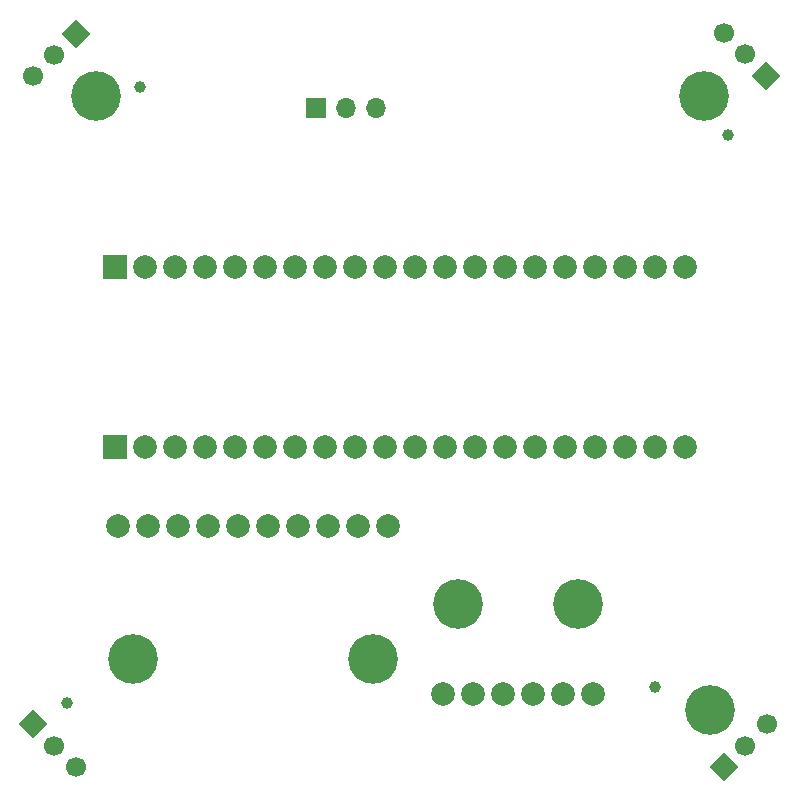
<source format=gbs>
G04 #@! TF.GenerationSoftware,KiCad,Pcbnew,8.0.7*
G04 #@! TF.CreationDate,2025-04-19T00:44:47-07:00*
G04 #@! TF.ProjectId,Hardware,48617264-7761-4726-952e-6b696361645f,rev?*
G04 #@! TF.SameCoordinates,Original*
G04 #@! TF.FileFunction,Soldermask,Bot*
G04 #@! TF.FilePolarity,Negative*
%FSLAX46Y46*%
G04 Gerber Fmt 4.6, Leading zero omitted, Abs format (unit mm)*
G04 Created by KiCad (PCBNEW 8.0.7) date 2025-04-19 00:44:47*
%MOMM*%
%LPD*%
G01*
G04 APERTURE LIST*
G04 Aperture macros list*
%AMHorizOval*
0 Thick line with rounded ends*
0 $1 width*
0 $2 $3 position (X,Y) of the first rounded end (center of the circle)*
0 $4 $5 position (X,Y) of the second rounded end (center of the circle)*
0 Add line between two ends*
20,1,$1,$2,$3,$4,$5,0*
0 Add two circle primitives to create the rounded ends*
1,1,$1,$2,$3*
1,1,$1,$4,$5*%
%AMRotRect*
0 Rectangle, with rotation*
0 The origin of the aperture is its center*
0 $1 length*
0 $2 width*
0 $3 Rotation angle, in degrees counterclockwise*
0 Add horizontal line*
21,1,$1,$2,0,0,$3*%
G04 Aperture macros list end*
%ADD10C,4.200000*%
%ADD11C,2.000000*%
%ADD12R,2.000000X2.000000*%
%ADD13RotRect,1.700000X1.700000X135.000000*%
%ADD14HorizOval,1.700000X0.000000X0.000000X0.000000X0.000000X0*%
%ADD15RotRect,1.700000X1.700000X315.000000*%
%ADD16HorizOval,1.700000X0.000000X0.000000X0.000000X0.000000X0*%
%ADD17R,1.700000X1.700000*%
%ADD18O,1.700000X1.700000*%
%ADD19RotRect,1.700000X1.700000X225.000000*%
%ADD20HorizOval,1.700000X0.000000X0.000000X0.000000X0.000000X0*%
%ADD21RotRect,1.700000X1.700000X45.000000*%
%ADD22HorizOval,1.700000X0.000000X0.000000X0.000000X0.000000X0*%
%ADD23C,1.000000*%
G04 APERTURE END LIST*
D10*
X170910000Y-90250000D03*
X181070000Y-90250000D03*
D11*
X169640000Y-97870000D03*
X172180000Y-97870000D03*
X174720000Y-97870000D03*
X177260000Y-97870000D03*
X179800000Y-97870000D03*
X182340000Y-97870000D03*
X190110000Y-61750000D03*
X187570000Y-61750000D03*
X185030000Y-61750000D03*
X182490000Y-61750000D03*
X179950000Y-61750000D03*
X177410000Y-61750000D03*
X174870000Y-61750000D03*
X172330000Y-61750000D03*
X169790000Y-61750000D03*
X167250000Y-61750000D03*
X164710000Y-61750000D03*
X162170000Y-61750000D03*
X159630000Y-61750000D03*
X157090000Y-61750000D03*
X154550000Y-61750000D03*
X152010000Y-61750000D03*
X149470000Y-61750000D03*
X146930000Y-61750000D03*
X144390000Y-61750000D03*
D12*
X141850000Y-61750000D03*
D11*
X190110000Y-76990000D03*
X187570000Y-76990000D03*
X185030000Y-76990000D03*
X182490000Y-76990000D03*
X179950000Y-76990000D03*
X177410000Y-76990000D03*
X174870000Y-76990000D03*
X172330000Y-76990000D03*
X169790000Y-76990000D03*
X167250000Y-76990000D03*
X164710000Y-76990000D03*
X162170000Y-76990000D03*
X159630000Y-76990000D03*
X157090000Y-76990000D03*
X154550000Y-76990000D03*
X152010000Y-76990000D03*
X149470000Y-76990000D03*
X146930000Y-76990000D03*
X144390000Y-76990000D03*
D12*
X141850000Y-76990000D03*
D10*
X140250000Y-47250000D03*
X191750000Y-47250000D03*
X192250000Y-99250000D03*
X163720000Y-94902500D03*
X143400000Y-94902500D03*
D11*
X164990000Y-83702500D03*
X162450000Y-83702500D03*
X159910000Y-83702500D03*
X157370000Y-83702500D03*
X154830000Y-83702500D03*
X152290000Y-83702500D03*
X149750000Y-83702500D03*
X147210000Y-83702500D03*
X144670000Y-83702500D03*
X142130000Y-83702500D03*
D13*
X193453949Y-104046051D03*
D14*
X195250000Y-102250000D03*
X197046051Y-100453949D03*
D15*
X138535445Y-41964555D03*
D16*
X136739394Y-43760606D03*
X134943343Y-45556657D03*
D17*
X158925000Y-48250000D03*
D18*
X161465000Y-48250000D03*
X164005000Y-48250000D03*
D19*
X197035445Y-45535445D03*
D20*
X195239394Y-43739394D03*
X193443343Y-41943343D03*
D21*
X134953949Y-100453949D03*
D22*
X136750000Y-102250000D03*
X138546051Y-104046051D03*
D23*
X193814000Y-50535000D03*
X187591000Y-97271000D03*
X137807000Y-98668000D03*
X144030000Y-46471000D03*
M02*

</source>
